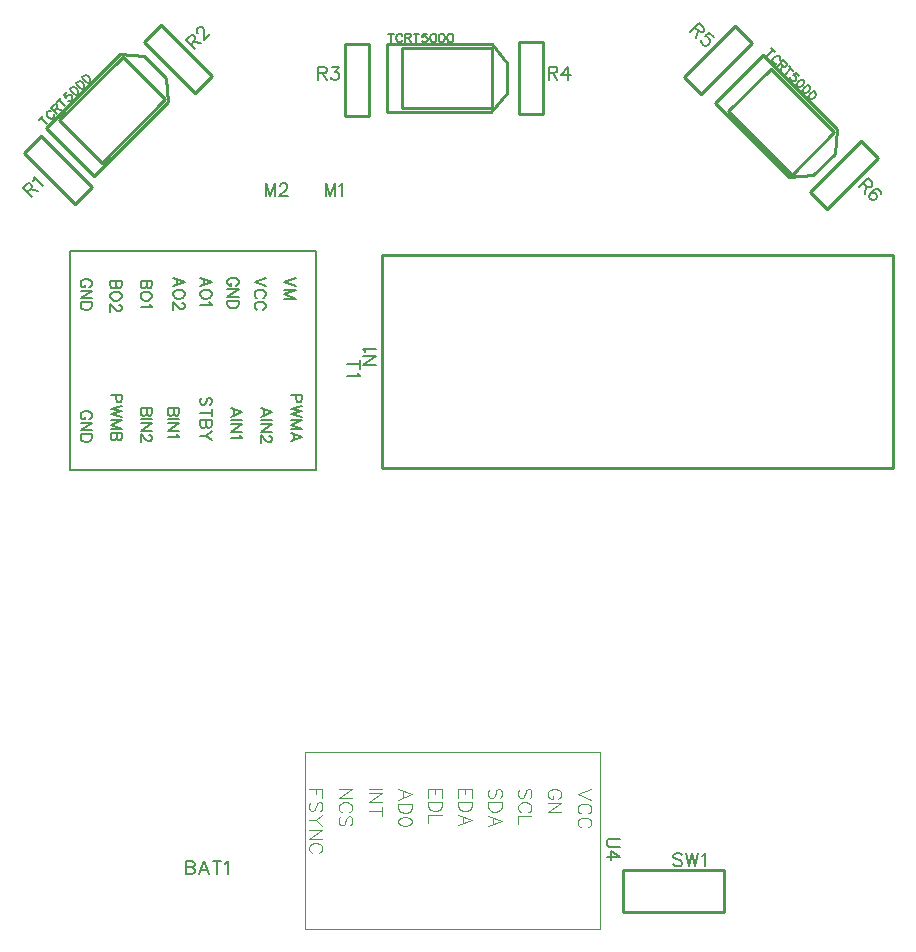
<source format=gto>
G04 Layer: TopSilkscreenLayer*
G04 EasyEDA v6.5.5, 2022-07-13 22:11:28*
G04 388c56e55b024576a5eedb72c528fe0a,d87ca97578a24c0188edd79bd05468ec,10*
G04 Gerber Generator version 0.2*
G04 Scale: 100 percent, Rotated: No, Reflected: No *
G04 Dimensions in millimeters *
G04 leading zeros omitted , absolute positions ,4 integer and 5 decimal *
%FSLAX45Y45*%
%MOMM*%

%ADD10C,0.2540*%
%ADD11C,0.1270*%
%ADD12C,0.2032*%
%ADD20C,0.1000*%
%ADD21C,0.1524*%

%LPD*%
D21*
X1765988Y-7303759D02*
G01*
X1765988Y-7412725D01*
X1765988Y-7303759D02*
G01*
X1812724Y-7303759D01*
X1828218Y-7308839D01*
X1833552Y-7314173D01*
X1838632Y-7324587D01*
X1838632Y-7335001D01*
X1833552Y-7345415D01*
X1828218Y-7350495D01*
X1812724Y-7355575D01*
X1765988Y-7355575D02*
G01*
X1812724Y-7355575D01*
X1828218Y-7360909D01*
X1833552Y-7365989D01*
X1838632Y-7376403D01*
X1838632Y-7392151D01*
X1833552Y-7402565D01*
X1828218Y-7407645D01*
X1812724Y-7412725D01*
X1765988Y-7412725D01*
X1914578Y-7303759D02*
G01*
X1872922Y-7412725D01*
X1914578Y-7303759D02*
G01*
X1956234Y-7412725D01*
X1888670Y-7376403D02*
G01*
X1940486Y-7376403D01*
X2026846Y-7303759D02*
G01*
X2026846Y-7412725D01*
X1990524Y-7303759D02*
G01*
X2063168Y-7303759D01*
X2097458Y-7324587D02*
G01*
X2107872Y-7319253D01*
X2123366Y-7303759D01*
X2123366Y-7412725D01*
X2947088Y-1563359D02*
G01*
X2947088Y-1672325D01*
X2947088Y-1563359D02*
G01*
X2988744Y-1672325D01*
X3030146Y-1563359D02*
G01*
X2988744Y-1672325D01*
X3030146Y-1563359D02*
G01*
X3030146Y-1672325D01*
X3064436Y-1584187D02*
G01*
X3074850Y-1578853D01*
X3090598Y-1563359D01*
X3090598Y-1672325D01*
X2439088Y-1563359D02*
G01*
X2439088Y-1672325D01*
X2439088Y-1563359D02*
G01*
X2480744Y-1672325D01*
X2522146Y-1563359D02*
G01*
X2480744Y-1672325D01*
X2522146Y-1563359D02*
G01*
X2522146Y-1672325D01*
X2561770Y-1589267D02*
G01*
X2561770Y-1584187D01*
X2566850Y-1573773D01*
X2572184Y-1568439D01*
X2582598Y-1563359D01*
X2603172Y-1563359D01*
X2613586Y-1568439D01*
X2618920Y-1573773D01*
X2624000Y-1584187D01*
X2624000Y-1594601D01*
X2618920Y-1605015D01*
X2608506Y-1620509D01*
X2556436Y-1672325D01*
X2629334Y-1672325D01*
X3262884Y-3098800D02*
G01*
X3371850Y-3098800D01*
X3262884Y-3098800D02*
G01*
X3371850Y-3026155D01*
X3262884Y-3026155D02*
G01*
X3371850Y-3026155D01*
X3283711Y-2991865D02*
G01*
X3278377Y-2981452D01*
X3262884Y-2965704D01*
X3371850Y-2965704D01*
X383161Y-1604698D02*
G01*
X460209Y-1681749D01*
X383161Y-1604698D02*
G01*
X416206Y-1571652D01*
X430756Y-1564286D01*
X438299Y-1564286D01*
X449254Y-1568058D01*
X456618Y-1575422D01*
X460390Y-1586379D01*
X460209Y-1593743D01*
X452846Y-1608292D01*
X419801Y-1641337D01*
X445482Y-1615655D02*
G01*
X511578Y-1630382D01*
X473501Y-1543812D02*
G01*
X477093Y-1532676D01*
X477273Y-1510586D01*
X554324Y-1587637D01*
X1767207Y-352732D02*
G01*
X1844255Y-429783D01*
X1767207Y-352732D02*
G01*
X1800252Y-319686D01*
X1814802Y-312320D01*
X1822345Y-312320D01*
X1833300Y-316092D01*
X1840664Y-323456D01*
X1844436Y-334413D01*
X1844255Y-341777D01*
X1836892Y-356326D01*
X1803847Y-389371D01*
X1829528Y-363689D02*
G01*
X1895624Y-378416D01*
X1864911Y-291668D02*
G01*
X1861319Y-288074D01*
X1857547Y-277119D01*
X1857547Y-269575D01*
X1861319Y-258620D01*
X1875868Y-244071D01*
X1886823Y-240299D01*
X1894367Y-240299D01*
X1905322Y-244071D01*
X1912686Y-251437D01*
X1916457Y-262392D01*
X1920049Y-280710D01*
X1919871Y-354169D01*
X1971418Y-302623D01*
X2884550Y-579501D02*
G01*
X2884550Y-688467D01*
X2884550Y-579501D02*
G01*
X2931286Y-579501D01*
X2946781Y-584580D01*
X2952115Y-589914D01*
X2957195Y-600329D01*
X2957195Y-610743D01*
X2952115Y-621156D01*
X2946781Y-626237D01*
X2931286Y-631317D01*
X2884550Y-631317D01*
X2920872Y-631317D02*
G01*
X2957195Y-688467D01*
X3001899Y-579501D02*
G01*
X3059049Y-579501D01*
X3028061Y-621156D01*
X3043554Y-621156D01*
X3053968Y-626237D01*
X3059049Y-631317D01*
X3064383Y-647064D01*
X3064383Y-657479D01*
X3059049Y-672972D01*
X3048634Y-683387D01*
X3033140Y-688467D01*
X3017647Y-688467D01*
X3001899Y-683387D01*
X2996818Y-678306D01*
X2991484Y-667893D01*
X4837811Y-576961D02*
G01*
X4837811Y-685927D01*
X4837811Y-576961D02*
G01*
X4884547Y-576961D01*
X4900040Y-582040D01*
X4905375Y-587375D01*
X4910454Y-597788D01*
X4910454Y-608203D01*
X4905375Y-618617D01*
X4900040Y-623696D01*
X4884547Y-628777D01*
X4837811Y-628777D01*
X4874133Y-628777D02*
G01*
X4910454Y-685927D01*
X4996815Y-576961D02*
G01*
X4944745Y-649604D01*
X5022722Y-649604D01*
X4996815Y-576961D02*
G01*
X4996815Y-685927D01*
X6113244Y-208765D02*
G01*
X6036193Y-285813D01*
X6113244Y-208765D02*
G01*
X6146289Y-241810D01*
X6153655Y-256359D01*
X6153655Y-263903D01*
X6149883Y-274858D01*
X6142520Y-282221D01*
X6131562Y-285993D01*
X6124199Y-285813D01*
X6109649Y-278450D01*
X6076604Y-245404D01*
X6102286Y-271086D02*
G01*
X6087559Y-337182D01*
X6233040Y-328561D02*
G01*
X6196220Y-291741D01*
X6159581Y-321195D01*
X6166764Y-321195D01*
X6181671Y-328561D01*
X6192629Y-339516D01*
X6199812Y-354243D01*
X6199992Y-368792D01*
X6192629Y-383700D01*
X6185265Y-391063D01*
X6170536Y-398246D01*
X6155809Y-398246D01*
X6141262Y-390883D01*
X6130305Y-379928D01*
X6122761Y-365201D01*
X6122761Y-358015D01*
X6126355Y-346880D01*
X7537498Y-1522376D02*
G01*
X7460447Y-1599425D01*
X7537498Y-1522376D02*
G01*
X7570543Y-1555422D01*
X7577909Y-1569971D01*
X7577909Y-1577515D01*
X7574137Y-1588470D01*
X7566774Y-1595833D01*
X7555816Y-1599605D01*
X7548453Y-1599425D01*
X7533904Y-1592061D01*
X7500858Y-1559016D01*
X7526540Y-1584698D02*
G01*
X7511813Y-1650794D01*
X7646337Y-1653128D02*
G01*
X7649931Y-1641993D01*
X7642565Y-1627444D01*
X7635201Y-1620080D01*
X7620655Y-1612717D01*
X7602156Y-1616489D01*
X7580063Y-1631038D01*
X7561745Y-1649356D01*
X7550787Y-1667855D01*
X7550787Y-1682582D01*
X7558150Y-1697131D01*
X7561922Y-1700903D01*
X7576472Y-1708266D01*
X7591198Y-1708266D01*
X7605748Y-1700903D01*
X7609519Y-1697131D01*
X7616883Y-1682582D01*
X7616883Y-1667855D01*
X7609519Y-1653308D01*
X7605748Y-1649536D01*
X7591198Y-1642173D01*
X7576472Y-1642173D01*
X7561745Y-1649356D01*
X539706Y-1010025D02*
G01*
X591253Y-1061572D01*
X522643Y-1027087D02*
G01*
X556948Y-992784D01*
X622145Y-952372D02*
G01*
X614781Y-949678D01*
X605083Y-949678D01*
X597540Y-952192D01*
X587839Y-961890D01*
X585325Y-969434D01*
X585325Y-979134D01*
X588020Y-986497D01*
X592688Y-996195D01*
X605083Y-1008588D01*
X614961Y-1013437D01*
X622145Y-1015951D01*
X631842Y-1015951D01*
X639386Y-1013437D01*
X649086Y-1003739D01*
X651601Y-996195D01*
X651601Y-986497D01*
X649086Y-979312D01*
X625916Y-923815D02*
G01*
X677463Y-975362D01*
X625916Y-923815D02*
G01*
X648007Y-901722D01*
X657885Y-896873D01*
X662914Y-896873D01*
X670100Y-899388D01*
X674949Y-904237D01*
X677463Y-911423D01*
X677463Y-916452D01*
X672614Y-926330D01*
X650521Y-948420D01*
X667765Y-931179D02*
G01*
X711768Y-941057D01*
X693628Y-856104D02*
G01*
X745175Y-907651D01*
X676386Y-873345D02*
G01*
X710689Y-839040D01*
X756310Y-793422D02*
G01*
X731883Y-817846D01*
X751461Y-842454D01*
X751461Y-837425D01*
X756310Y-827905D01*
X763673Y-820541D01*
X773371Y-815512D01*
X783429Y-815512D01*
X793130Y-820541D01*
X797979Y-825390D01*
X803008Y-835091D01*
X802827Y-844969D01*
X797979Y-854847D01*
X790615Y-862210D01*
X780915Y-866879D01*
X775886Y-866879D01*
X768522Y-864544D01*
X792050Y-757679D02*
G01*
X787201Y-767557D01*
X789716Y-779772D01*
X799414Y-794499D01*
X806780Y-801862D01*
X821507Y-811563D01*
X833719Y-814077D01*
X843597Y-809226D01*
X848446Y-804377D01*
X853297Y-794499D01*
X850783Y-782286D01*
X841082Y-767557D01*
X833719Y-760194D01*
X818992Y-750496D01*
X806780Y-747981D01*
X796902Y-752830D01*
X792050Y-757679D01*
X842520Y-707212D02*
G01*
X837671Y-717090D01*
X840186Y-729302D01*
X849884Y-744029D01*
X857247Y-751392D01*
X871976Y-761093D01*
X884189Y-763607D01*
X894067Y-758758D01*
X898916Y-753907D01*
X903765Y-744029D01*
X901250Y-731817D01*
X891552Y-717090D01*
X884189Y-709726D01*
X869462Y-700026D01*
X857247Y-697511D01*
X847369Y-702360D01*
X842520Y-707212D01*
X892990Y-656742D02*
G01*
X888141Y-666620D01*
X890653Y-678832D01*
X900353Y-693562D01*
X907717Y-700925D01*
X922444Y-710623D01*
X934659Y-713138D01*
X944537Y-708289D01*
X949385Y-703440D01*
X954234Y-693562D01*
X951720Y-681347D01*
X942022Y-666620D01*
X934659Y-659256D01*
X919929Y-649559D01*
X907717Y-647044D01*
X897839Y-651893D01*
X892990Y-656742D01*
X3498850Y-296163D02*
G01*
X3498850Y-369062D01*
X3474720Y-296163D02*
G01*
X3523234Y-296163D01*
X3597909Y-313689D02*
G01*
X3594608Y-306578D01*
X3587750Y-299720D01*
X3580638Y-296163D01*
X3566922Y-296163D01*
X3559809Y-299720D01*
X3552952Y-306578D01*
X3549650Y-313689D01*
X3546093Y-323850D01*
X3546093Y-341376D01*
X3549650Y-351789D01*
X3552952Y-358647D01*
X3559809Y-365505D01*
X3566922Y-369062D01*
X3580638Y-369062D01*
X3587750Y-365505D01*
X3594608Y-358647D01*
X3597909Y-351789D01*
X3620770Y-296163D02*
G01*
X3620770Y-369062D01*
X3620770Y-296163D02*
G01*
X3652011Y-296163D01*
X3662425Y-299720D01*
X3665981Y-303276D01*
X3669284Y-310134D01*
X3669284Y-316992D01*
X3665981Y-323850D01*
X3662425Y-327405D01*
X3652011Y-330962D01*
X3620770Y-330962D01*
X3645154Y-330962D02*
G01*
X3669284Y-369062D01*
X3716527Y-296163D02*
G01*
X3716527Y-369062D01*
X3692143Y-296163D02*
G01*
X3740658Y-296163D01*
X3805174Y-296163D02*
G01*
X3770629Y-296163D01*
X3767074Y-327405D01*
X3770629Y-323850D01*
X3780790Y-320547D01*
X3791204Y-320547D01*
X3801618Y-323850D01*
X3808729Y-330962D01*
X3812031Y-341376D01*
X3812031Y-348234D01*
X3808729Y-358647D01*
X3801618Y-365505D01*
X3791204Y-369062D01*
X3780790Y-369062D01*
X3770629Y-365505D01*
X3767074Y-361950D01*
X3763518Y-355092D01*
X3855720Y-296163D02*
G01*
X3845306Y-299720D01*
X3838447Y-310134D01*
X3834891Y-327405D01*
X3834891Y-337820D01*
X3838447Y-355092D01*
X3845306Y-365505D01*
X3855720Y-369062D01*
X3862577Y-369062D01*
X3872991Y-365505D01*
X3879850Y-355092D01*
X3883406Y-337820D01*
X3883406Y-327405D01*
X3879850Y-310134D01*
X3872991Y-299720D01*
X3862577Y-296163D01*
X3855720Y-296163D01*
X3927093Y-296163D02*
G01*
X3916679Y-299720D01*
X3909822Y-310134D01*
X3906265Y-327405D01*
X3906265Y-337820D01*
X3909822Y-355092D01*
X3916679Y-365505D01*
X3927093Y-369062D01*
X3933952Y-369062D01*
X3944365Y-365505D01*
X3951224Y-355092D01*
X3954779Y-337820D01*
X3954779Y-327405D01*
X3951224Y-310134D01*
X3944365Y-299720D01*
X3933952Y-296163D01*
X3927093Y-296163D01*
X3998468Y-296163D02*
G01*
X3988054Y-299720D01*
X3981195Y-310134D01*
X3977640Y-327405D01*
X3977640Y-337820D01*
X3981195Y-355092D01*
X3988054Y-365505D01*
X3998468Y-369062D01*
X4005325Y-369062D01*
X4015740Y-365505D01*
X4022597Y-355092D01*
X4026154Y-337820D01*
X4026154Y-327405D01*
X4022597Y-310134D01*
X4015740Y-299720D01*
X4005325Y-296163D01*
X3998468Y-296163D01*
X6736974Y-438106D02*
G01*
X6685427Y-489653D01*
X6719912Y-421043D02*
G01*
X6754215Y-455348D01*
X6794627Y-520545D02*
G01*
X6797321Y-513181D01*
X6797321Y-503483D01*
X6794807Y-495940D01*
X6785109Y-486239D01*
X6777565Y-483725D01*
X6767865Y-483725D01*
X6760502Y-486420D01*
X6750804Y-491088D01*
X6738411Y-503483D01*
X6733562Y-513361D01*
X6731048Y-520545D01*
X6731048Y-530242D01*
X6733562Y-537786D01*
X6743260Y-547486D01*
X6750804Y-550001D01*
X6760502Y-550001D01*
X6767687Y-547486D01*
X6823184Y-524316D02*
G01*
X6771637Y-575863D01*
X6823184Y-524316D02*
G01*
X6845277Y-546407D01*
X6850125Y-556285D01*
X6850125Y-561314D01*
X6847611Y-568500D01*
X6842762Y-573349D01*
X6835576Y-575863D01*
X6830547Y-575863D01*
X6820669Y-571014D01*
X6798579Y-548921D01*
X6815820Y-566165D02*
G01*
X6805942Y-610168D01*
X6890895Y-592028D02*
G01*
X6839348Y-643575D01*
X6873654Y-574786D02*
G01*
X6907959Y-609089D01*
X6953577Y-654710D02*
G01*
X6929153Y-630283D01*
X6904545Y-649861D01*
X6909574Y-649861D01*
X6919094Y-654710D01*
X6926458Y-662073D01*
X6931487Y-671771D01*
X6931487Y-681829D01*
X6926458Y-691530D01*
X6921609Y-696379D01*
X6911908Y-701408D01*
X6902030Y-701227D01*
X6892152Y-696379D01*
X6884789Y-689015D01*
X6880120Y-679315D01*
X6880120Y-674286D01*
X6882455Y-666922D01*
X6989320Y-690450D02*
G01*
X6979442Y-685601D01*
X6967227Y-688116D01*
X6952500Y-697814D01*
X6945137Y-705180D01*
X6935436Y-719907D01*
X6932922Y-732119D01*
X6937773Y-741997D01*
X6942622Y-746846D01*
X6952500Y-751697D01*
X6964713Y-749183D01*
X6979442Y-739482D01*
X6986805Y-732119D01*
X6996503Y-717392D01*
X6999018Y-705180D01*
X6994169Y-695302D01*
X6989320Y-690450D01*
X7039787Y-740920D02*
G01*
X7029909Y-736071D01*
X7017697Y-738586D01*
X7002970Y-748284D01*
X6995607Y-755647D01*
X6985906Y-770376D01*
X6983392Y-782589D01*
X6988241Y-792467D01*
X6993092Y-797316D01*
X7002970Y-802165D01*
X7015182Y-799650D01*
X7029909Y-789952D01*
X7037273Y-782589D01*
X7046973Y-767862D01*
X7049488Y-755647D01*
X7044639Y-745769D01*
X7039787Y-740920D01*
X7090257Y-791390D02*
G01*
X7080379Y-786541D01*
X7068167Y-789053D01*
X7053437Y-798753D01*
X7046074Y-806117D01*
X7036376Y-820844D01*
X7033861Y-833059D01*
X7038710Y-842937D01*
X7043559Y-847785D01*
X7053437Y-852634D01*
X7065652Y-850120D01*
X7080379Y-840422D01*
X7087743Y-833059D01*
X7097440Y-818329D01*
X7099955Y-806117D01*
X7095106Y-796239D01*
X7090257Y-791390D01*
X3239515Y-3097021D02*
G01*
X3130550Y-3097021D01*
X3239515Y-3060700D02*
G01*
X3239515Y-3133344D01*
X3218688Y-3167634D02*
G01*
X3224022Y-3178047D01*
X3239515Y-3193795D01*
X3130550Y-3193795D01*
D12*
X2442972Y-2362200D02*
G01*
X2345943Y-2399029D01*
X2442972Y-2436113D02*
G01*
X2345943Y-2399029D01*
X2419858Y-2535936D02*
G01*
X2429256Y-2531110D01*
X2438400Y-2521965D01*
X2442972Y-2512821D01*
X2442972Y-2494279D01*
X2438400Y-2485136D01*
X2429256Y-2475737D01*
X2419858Y-2471165D01*
X2406141Y-2466594D01*
X2383027Y-2466594D01*
X2369058Y-2471165D01*
X2359913Y-2475737D01*
X2350770Y-2485136D01*
X2345943Y-2494279D01*
X2345943Y-2512821D01*
X2350770Y-2521965D01*
X2359913Y-2531110D01*
X2369058Y-2535936D01*
X2419858Y-2635504D02*
G01*
X2429256Y-2630931D01*
X2438400Y-2621787D01*
X2442972Y-2612389D01*
X2442972Y-2594102D01*
X2438400Y-2584704D01*
X2429256Y-2575560D01*
X2419858Y-2570987D01*
X2406141Y-2566415D01*
X2383027Y-2566415D01*
X2369058Y-2570987D01*
X2359913Y-2575560D01*
X2350770Y-2584704D01*
X2345943Y-2594102D01*
X2345943Y-2612389D01*
X2350770Y-2621787D01*
X2359913Y-2630931D01*
X2369058Y-2635504D01*
X2187702Y-2431542D02*
G01*
X2196845Y-2426970D01*
X2205990Y-2417571D01*
X2210815Y-2408428D01*
X2210815Y-2389886D01*
X2205990Y-2380742D01*
X2196845Y-2371344D01*
X2187702Y-2366771D01*
X2173731Y-2362200D01*
X2150618Y-2362200D01*
X2136902Y-2366771D01*
X2127504Y-2371344D01*
X2118359Y-2380742D01*
X2113788Y-2389886D01*
X2113788Y-2408428D01*
X2118359Y-2417571D01*
X2127504Y-2426970D01*
X2136902Y-2431542D01*
X2150618Y-2431542D01*
X2150618Y-2408428D02*
G01*
X2150618Y-2431542D01*
X2210815Y-2462021D02*
G01*
X2113788Y-2462021D01*
X2210815Y-2462021D02*
G01*
X2113788Y-2526537D01*
X2210815Y-2526537D02*
G01*
X2113788Y-2526537D01*
X2210815Y-2557018D02*
G01*
X2113788Y-2557018D01*
X2210815Y-2557018D02*
G01*
X2210815Y-2589529D01*
X2205990Y-2603245D01*
X2196845Y-2612389D01*
X2187702Y-2617215D01*
X2173731Y-2621787D01*
X2150618Y-2621787D01*
X2136902Y-2617215D01*
X2127504Y-2612389D01*
X2118359Y-2603245D01*
X2113788Y-2589529D01*
X2113788Y-2557018D01*
X1982215Y-2399029D02*
G01*
X1885187Y-2362200D01*
X1982215Y-2399029D02*
G01*
X1885187Y-2436113D01*
X1917445Y-2376170D02*
G01*
X1917445Y-2422144D01*
X1982215Y-2494279D02*
G01*
X1977390Y-2485136D01*
X1968245Y-2475737D01*
X1959102Y-2471165D01*
X1945131Y-2466594D01*
X1922018Y-2466594D01*
X1908302Y-2471165D01*
X1898904Y-2475737D01*
X1889760Y-2485136D01*
X1885187Y-2494279D01*
X1885187Y-2512821D01*
X1889760Y-2521965D01*
X1898904Y-2531110D01*
X1908302Y-2535936D01*
X1922018Y-2540507D01*
X1945131Y-2540507D01*
X1959102Y-2535936D01*
X1968245Y-2531110D01*
X1977390Y-2521965D01*
X1982215Y-2512821D01*
X1982215Y-2494279D01*
X1963674Y-2570987D02*
G01*
X1968245Y-2580131D01*
X1982215Y-2594102D01*
X1885187Y-2594102D01*
X1220215Y-2387600D02*
G01*
X1123187Y-2387600D01*
X1220215Y-2387600D02*
G01*
X1220215Y-2429255D01*
X1215389Y-2442971D01*
X1210818Y-2447544D01*
X1201673Y-2452370D01*
X1192529Y-2452370D01*
X1183131Y-2447544D01*
X1178560Y-2442971D01*
X1173987Y-2429255D01*
X1173987Y-2387600D02*
G01*
X1173987Y-2429255D01*
X1169415Y-2442971D01*
X1164589Y-2447544D01*
X1155445Y-2452370D01*
X1141729Y-2452370D01*
X1132331Y-2447544D01*
X1127760Y-2442971D01*
X1123187Y-2429255D01*
X1123187Y-2387600D01*
X1220215Y-2510536D02*
G01*
X1215389Y-2501137D01*
X1206245Y-2491994D01*
X1197102Y-2487421D01*
X1183131Y-2482850D01*
X1160018Y-2482850D01*
X1146302Y-2487421D01*
X1136904Y-2491994D01*
X1127760Y-2501137D01*
X1123187Y-2510536D01*
X1123187Y-2528823D01*
X1127760Y-2538221D01*
X1136904Y-2547365D01*
X1146302Y-2551937D01*
X1160018Y-2556510D01*
X1183131Y-2556510D01*
X1197102Y-2551937D01*
X1206245Y-2547365D01*
X1215389Y-2538221D01*
X1220215Y-2528823D01*
X1220215Y-2510536D01*
X1197102Y-2591815D02*
G01*
X1201673Y-2591815D01*
X1210818Y-2596387D01*
X1215389Y-2600960D01*
X1220215Y-2610104D01*
X1220215Y-2628645D01*
X1215389Y-2637789D01*
X1210818Y-2642615D01*
X1201673Y-2647187D01*
X1192529Y-2647187D01*
X1183131Y-2642615D01*
X1169415Y-2633218D01*
X1123187Y-2586989D01*
X1123187Y-2651760D01*
X946657Y-2444242D02*
G01*
X956055Y-2439670D01*
X965200Y-2430271D01*
X969771Y-2421128D01*
X969771Y-2402586D01*
X965200Y-2393442D01*
X956055Y-2384044D01*
X946657Y-2379471D01*
X932942Y-2374900D01*
X909828Y-2374900D01*
X895857Y-2379471D01*
X886713Y-2384044D01*
X877570Y-2393442D01*
X872744Y-2402586D01*
X872744Y-2421128D01*
X877570Y-2430271D01*
X886713Y-2439670D01*
X895857Y-2444242D01*
X909828Y-2444242D01*
X909828Y-2421128D02*
G01*
X909828Y-2444242D01*
X969771Y-2474721D02*
G01*
X872744Y-2474721D01*
X969771Y-2474721D02*
G01*
X872744Y-2539237D01*
X969771Y-2539237D02*
G01*
X872744Y-2539237D01*
X969771Y-2569718D02*
G01*
X872744Y-2569718D01*
X969771Y-2569718D02*
G01*
X969771Y-2602229D01*
X965200Y-2615945D01*
X956055Y-2625089D01*
X946657Y-2629915D01*
X932942Y-2634487D01*
X909828Y-2634487D01*
X895857Y-2629915D01*
X886713Y-2625089D01*
X877570Y-2615945D01*
X872744Y-2602229D01*
X872744Y-2569718D01*
X946657Y-3561842D02*
G01*
X956055Y-3557270D01*
X965200Y-3547871D01*
X969771Y-3538728D01*
X969771Y-3520186D01*
X965200Y-3511042D01*
X956055Y-3501644D01*
X946657Y-3497071D01*
X932942Y-3492500D01*
X909828Y-3492500D01*
X895857Y-3497071D01*
X886713Y-3501644D01*
X877570Y-3511042D01*
X872744Y-3520186D01*
X872744Y-3538728D01*
X877570Y-3547871D01*
X886713Y-3557270D01*
X895857Y-3561842D01*
X909828Y-3561842D01*
X909828Y-3538728D02*
G01*
X909828Y-3561842D01*
X969771Y-3592321D02*
G01*
X872744Y-3592321D01*
X969771Y-3592321D02*
G01*
X872744Y-3656837D01*
X969771Y-3656837D02*
G01*
X872744Y-3656837D01*
X969771Y-3687318D02*
G01*
X872744Y-3687318D01*
X969771Y-3687318D02*
G01*
X969771Y-3719829D01*
X965200Y-3733545D01*
X956055Y-3742689D01*
X946657Y-3747515D01*
X932942Y-3752087D01*
X909828Y-3752087D01*
X895857Y-3747515D01*
X886713Y-3742689D01*
X877570Y-3733545D01*
X872744Y-3719829D01*
X872744Y-3687318D01*
X1223771Y-3352800D02*
G01*
X1126744Y-3352800D01*
X1223771Y-3352800D02*
G01*
X1223771Y-3394455D01*
X1219200Y-3408171D01*
X1214628Y-3412744D01*
X1205229Y-3417570D01*
X1191513Y-3417570D01*
X1182370Y-3412744D01*
X1177544Y-3408171D01*
X1172971Y-3394455D01*
X1172971Y-3352800D01*
X1223771Y-3448050D02*
G01*
X1126744Y-3470910D01*
X1223771Y-3494023D02*
G01*
X1126744Y-3470910D01*
X1223771Y-3494023D02*
G01*
X1126744Y-3517137D01*
X1223771Y-3540252D02*
G01*
X1126744Y-3517137D01*
X1223771Y-3570731D02*
G01*
X1126744Y-3570731D01*
X1223771Y-3570731D02*
G01*
X1126744Y-3607815D01*
X1223771Y-3644645D02*
G01*
X1126744Y-3607815D01*
X1223771Y-3644645D02*
G01*
X1126744Y-3644645D01*
X1223771Y-3675126D02*
G01*
X1126744Y-3675126D01*
X1223771Y-3675126D02*
G01*
X1223771Y-3716781D01*
X1219200Y-3730497D01*
X1214628Y-3735070D01*
X1205229Y-3739895D01*
X1196086Y-3739895D01*
X1186942Y-3735070D01*
X1182370Y-3730497D01*
X1177544Y-3716781D01*
X1177544Y-3675126D02*
G01*
X1177544Y-3716781D01*
X1172971Y-3730497D01*
X1168400Y-3735070D01*
X1159255Y-3739895D01*
X1145286Y-3739895D01*
X1136142Y-3735070D01*
X1131570Y-3730497D01*
X1126744Y-3716781D01*
X1126744Y-3675126D01*
X1477771Y-3467100D02*
G01*
X1380744Y-3467100D01*
X1477771Y-3467100D02*
G01*
X1477771Y-3508755D01*
X1473200Y-3522471D01*
X1468628Y-3527044D01*
X1459229Y-3531870D01*
X1450086Y-3531870D01*
X1440942Y-3527044D01*
X1436370Y-3522471D01*
X1431544Y-3508755D01*
X1431544Y-3467100D02*
G01*
X1431544Y-3508755D01*
X1426971Y-3522471D01*
X1422400Y-3527044D01*
X1413255Y-3531870D01*
X1399286Y-3531870D01*
X1390142Y-3527044D01*
X1385570Y-3522471D01*
X1380744Y-3508755D01*
X1380744Y-3467100D01*
X1477771Y-3562350D02*
G01*
X1380744Y-3562350D01*
X1477771Y-3592829D02*
G01*
X1380744Y-3592829D01*
X1477771Y-3592829D02*
G01*
X1380744Y-3657345D01*
X1477771Y-3657345D02*
G01*
X1380744Y-3657345D01*
X1454657Y-3692397D02*
G01*
X1459229Y-3692397D01*
X1468628Y-3696970D01*
X1473200Y-3701795D01*
X1477771Y-3710939D01*
X1477771Y-3729481D01*
X1473200Y-3738626D01*
X1468628Y-3743197D01*
X1459229Y-3747770D01*
X1450086Y-3747770D01*
X1440942Y-3743197D01*
X1426971Y-3734054D01*
X1380744Y-3687826D01*
X1380744Y-3752595D01*
X1706371Y-3467100D02*
G01*
X1609344Y-3467100D01*
X1706371Y-3467100D02*
G01*
X1706371Y-3508755D01*
X1701800Y-3522471D01*
X1697228Y-3527044D01*
X1687829Y-3531870D01*
X1678686Y-3531870D01*
X1669542Y-3527044D01*
X1664970Y-3522471D01*
X1660144Y-3508755D01*
X1660144Y-3467100D02*
G01*
X1660144Y-3508755D01*
X1655571Y-3522471D01*
X1651000Y-3527044D01*
X1641855Y-3531870D01*
X1627886Y-3531870D01*
X1618742Y-3527044D01*
X1614170Y-3522471D01*
X1609344Y-3508755D01*
X1609344Y-3467100D01*
X1706371Y-3562350D02*
G01*
X1609344Y-3562350D01*
X1706371Y-3592829D02*
G01*
X1609344Y-3592829D01*
X1706371Y-3592829D02*
G01*
X1609344Y-3657345D01*
X1706371Y-3657345D02*
G01*
X1609344Y-3657345D01*
X1687829Y-3687826D02*
G01*
X1692655Y-3696970D01*
X1706371Y-3710939D01*
X1609344Y-3710939D01*
X1968245Y-3442970D02*
G01*
X1977390Y-3433571D01*
X1982215Y-3419855D01*
X1982215Y-3401313D01*
X1977390Y-3387344D01*
X1968245Y-3378200D01*
X1959102Y-3378200D01*
X1949704Y-3382771D01*
X1945131Y-3387344D01*
X1940559Y-3396742D01*
X1931415Y-3424428D01*
X1926589Y-3433571D01*
X1922018Y-3438144D01*
X1912873Y-3442970D01*
X1898904Y-3442970D01*
X1889760Y-3433571D01*
X1885187Y-3419855D01*
X1885187Y-3401313D01*
X1889760Y-3387344D01*
X1898904Y-3378200D01*
X1982215Y-3505707D02*
G01*
X1885187Y-3505707D01*
X1982215Y-3473450D02*
G01*
X1982215Y-3537965D01*
X1982215Y-3568445D02*
G01*
X1885187Y-3568445D01*
X1982215Y-3568445D02*
G01*
X1982215Y-3610102D01*
X1977390Y-3623818D01*
X1972818Y-3628389D01*
X1963674Y-3633215D01*
X1954529Y-3633215D01*
X1945131Y-3628389D01*
X1940559Y-3623818D01*
X1935988Y-3610102D01*
X1935988Y-3568445D02*
G01*
X1935988Y-3610102D01*
X1931415Y-3623818D01*
X1926589Y-3628389D01*
X1917445Y-3633215D01*
X1903729Y-3633215D01*
X1894331Y-3628389D01*
X1889760Y-3623818D01*
X1885187Y-3610102D01*
X1885187Y-3568445D01*
X1982215Y-3663695D02*
G01*
X1935988Y-3700526D01*
X1885187Y-3700526D01*
X1982215Y-3737610D02*
G01*
X1935988Y-3700526D01*
X2239772Y-3503929D02*
G01*
X2142743Y-3467100D01*
X2239772Y-3503929D02*
G01*
X2142743Y-3541013D01*
X2175256Y-3481070D02*
G01*
X2175256Y-3527044D01*
X2239772Y-3571494D02*
G01*
X2142743Y-3571494D01*
X2239772Y-3601973D02*
G01*
X2142743Y-3601973D01*
X2239772Y-3601973D02*
G01*
X2142743Y-3666489D01*
X2239772Y-3666489D02*
G01*
X2142743Y-3666489D01*
X2221229Y-3696970D02*
G01*
X2226056Y-3706368D01*
X2239772Y-3720084D01*
X2142743Y-3720084D01*
X2493772Y-3503929D02*
G01*
X2396743Y-3467100D01*
X2493772Y-3503929D02*
G01*
X2396743Y-3541013D01*
X2429256Y-3481070D02*
G01*
X2429256Y-3527044D01*
X2493772Y-3571494D02*
G01*
X2396743Y-3571494D01*
X2493772Y-3601973D02*
G01*
X2396743Y-3601973D01*
X2493772Y-3601973D02*
G01*
X2396743Y-3666489D01*
X2493772Y-3666489D02*
G01*
X2396743Y-3666489D01*
X2470658Y-3701795D02*
G01*
X2475229Y-3701795D01*
X2484627Y-3706368D01*
X2489200Y-3710939D01*
X2493772Y-3720084D01*
X2493772Y-3738626D01*
X2489200Y-3747770D01*
X2484627Y-3752595D01*
X2475229Y-3757168D01*
X2466086Y-3757168D01*
X2456941Y-3752595D01*
X2442972Y-3743197D01*
X2396743Y-3696970D01*
X2396743Y-3761739D01*
X2747772Y-3352800D02*
G01*
X2650743Y-3352800D01*
X2747772Y-3352800D02*
G01*
X2747772Y-3394455D01*
X2743200Y-3408171D01*
X2738627Y-3412744D01*
X2729229Y-3417570D01*
X2715513Y-3417570D01*
X2706370Y-3412744D01*
X2701543Y-3408171D01*
X2696972Y-3394455D01*
X2696972Y-3352800D01*
X2747772Y-3448050D02*
G01*
X2650743Y-3470910D01*
X2747772Y-3494023D02*
G01*
X2650743Y-3470910D01*
X2747772Y-3494023D02*
G01*
X2650743Y-3517137D01*
X2747772Y-3540252D02*
G01*
X2650743Y-3517137D01*
X2747772Y-3570731D02*
G01*
X2650743Y-3570731D01*
X2747772Y-3570731D02*
G01*
X2650743Y-3607815D01*
X2747772Y-3644645D02*
G01*
X2650743Y-3607815D01*
X2747772Y-3644645D02*
G01*
X2650743Y-3644645D01*
X2747772Y-3712210D02*
G01*
X2650743Y-3675126D01*
X2747772Y-3712210D02*
G01*
X2650743Y-3749039D01*
X2683256Y-3689095D02*
G01*
X2683256Y-3735070D01*
X2693415Y-2362200D02*
G01*
X2596388Y-2399029D01*
X2693415Y-2436113D02*
G01*
X2596388Y-2399029D01*
X2693415Y-2466594D02*
G01*
X2596388Y-2466594D01*
X2693415Y-2466594D02*
G01*
X2596388Y-2503423D01*
X2693415Y-2540507D02*
G01*
X2596388Y-2503423D01*
X2693415Y-2540507D02*
G01*
X2596388Y-2540507D01*
X1753615Y-2399029D02*
G01*
X1656587Y-2362200D01*
X1753615Y-2399029D02*
G01*
X1656587Y-2436113D01*
X1688845Y-2376170D02*
G01*
X1688845Y-2422144D01*
X1753615Y-2494279D02*
G01*
X1748789Y-2485136D01*
X1739645Y-2475737D01*
X1730502Y-2471165D01*
X1716531Y-2466594D01*
X1693418Y-2466594D01*
X1679702Y-2471165D01*
X1670304Y-2475737D01*
X1661160Y-2485136D01*
X1656587Y-2494279D01*
X1656587Y-2512821D01*
X1661160Y-2521965D01*
X1670304Y-2531110D01*
X1679702Y-2535936D01*
X1693418Y-2540507D01*
X1716531Y-2540507D01*
X1730502Y-2535936D01*
X1739645Y-2531110D01*
X1748789Y-2521965D01*
X1753615Y-2512821D01*
X1753615Y-2494279D01*
X1730502Y-2575560D02*
G01*
X1735073Y-2575560D01*
X1744218Y-2580131D01*
X1748789Y-2584704D01*
X1753615Y-2594102D01*
X1753615Y-2612389D01*
X1748789Y-2621787D01*
X1744218Y-2626360D01*
X1735073Y-2630931D01*
X1725929Y-2630931D01*
X1716531Y-2626360D01*
X1702815Y-2617215D01*
X1656587Y-2570987D01*
X1656587Y-2635504D01*
X1477771Y-2387600D02*
G01*
X1380744Y-2387600D01*
X1477771Y-2387600D02*
G01*
X1477771Y-2429255D01*
X1473200Y-2442971D01*
X1468628Y-2447544D01*
X1459229Y-2452370D01*
X1450086Y-2452370D01*
X1440942Y-2447544D01*
X1436370Y-2442971D01*
X1431544Y-2429255D01*
X1431544Y-2387600D02*
G01*
X1431544Y-2429255D01*
X1426971Y-2442971D01*
X1422400Y-2447544D01*
X1413255Y-2452370D01*
X1399286Y-2452370D01*
X1390142Y-2447544D01*
X1385570Y-2442971D01*
X1380744Y-2429255D01*
X1380744Y-2387600D01*
X1477771Y-2510536D02*
G01*
X1473200Y-2501137D01*
X1464055Y-2491994D01*
X1454657Y-2487421D01*
X1440942Y-2482850D01*
X1417828Y-2482850D01*
X1403857Y-2487421D01*
X1394713Y-2491994D01*
X1385570Y-2501137D01*
X1380744Y-2510536D01*
X1380744Y-2528823D01*
X1385570Y-2538221D01*
X1394713Y-2547365D01*
X1403857Y-2551937D01*
X1417828Y-2556510D01*
X1440942Y-2556510D01*
X1454657Y-2551937D01*
X1464055Y-2547365D01*
X1473200Y-2538221D01*
X1477771Y-2528823D01*
X1477771Y-2510536D01*
X1459229Y-2586989D02*
G01*
X1464055Y-2596387D01*
X1477771Y-2610104D01*
X1380744Y-2610104D01*
D21*
X5436615Y-7112000D02*
G01*
X5358638Y-7112000D01*
X5343143Y-7117079D01*
X5332729Y-7127494D01*
X5327650Y-7143242D01*
X5327650Y-7153655D01*
X5332729Y-7169150D01*
X5343143Y-7179563D01*
X5358638Y-7184644D01*
X5436615Y-7184644D01*
X5436615Y-7271004D02*
G01*
X5363972Y-7218934D01*
X5363972Y-7296912D01*
X5436615Y-7271004D02*
G01*
X5327650Y-7271004D01*
D20*
X2920499Y-6695401D02*
G01*
X2805945Y-6695401D01*
X2920499Y-6695401D02*
G01*
X2920499Y-6766267D01*
X2865889Y-6695401D02*
G01*
X2865889Y-6738835D01*
X2904243Y-6878535D02*
G01*
X2915165Y-6867613D01*
X2920499Y-6851357D01*
X2920499Y-6829513D01*
X2915165Y-6813003D01*
X2904243Y-6802081D01*
X2893321Y-6802081D01*
X2882399Y-6807669D01*
X2876811Y-6813003D01*
X2871477Y-6823925D01*
X2860555Y-6856691D01*
X2854967Y-6867613D01*
X2849633Y-6873201D01*
X2838711Y-6878535D01*
X2822455Y-6878535D01*
X2811533Y-6867613D01*
X2805945Y-6851357D01*
X2805945Y-6829513D01*
X2811533Y-6813003D01*
X2822455Y-6802081D01*
X2920499Y-6914603D02*
G01*
X2865889Y-6958291D01*
X2805945Y-6958291D01*
X2920499Y-7001725D02*
G01*
X2865889Y-6958291D01*
X2920499Y-7037793D02*
G01*
X2805945Y-7037793D01*
X2920499Y-7037793D02*
G01*
X2805945Y-7114247D01*
X2920499Y-7114247D02*
G01*
X2805945Y-7114247D01*
X2893321Y-7232103D02*
G01*
X2904243Y-7226515D01*
X2915165Y-7215593D01*
X2920499Y-7204671D01*
X2920499Y-7182827D01*
X2915165Y-7171905D01*
X2904243Y-7160983D01*
X2893321Y-7155649D01*
X2876811Y-7150061D01*
X2849633Y-7150061D01*
X2833377Y-7155649D01*
X2822455Y-7160983D01*
X2811533Y-7171905D01*
X2805945Y-7182827D01*
X2805945Y-7204671D01*
X2811533Y-7215593D01*
X2822455Y-7226515D01*
X2833377Y-7232103D01*
X3173351Y-6694296D02*
G01*
X3058797Y-6694296D01*
X3173351Y-6694296D02*
G01*
X3058797Y-6770496D01*
X3173351Y-6770496D02*
G01*
X3058797Y-6770496D01*
X3146173Y-6888353D02*
G01*
X3157095Y-6883019D01*
X3168017Y-6872096D01*
X3173351Y-6861175D01*
X3173351Y-6839330D01*
X3168017Y-6828409D01*
X3157095Y-6817487D01*
X3146173Y-6811898D01*
X3129663Y-6806564D01*
X3102485Y-6806564D01*
X3086229Y-6811898D01*
X3075307Y-6817487D01*
X3064385Y-6828409D01*
X3058797Y-6839330D01*
X3058797Y-6861175D01*
X3064385Y-6872096D01*
X3075307Y-6883019D01*
X3086229Y-6888353D01*
X3157095Y-7000620D02*
G01*
X3168017Y-6989698D01*
X3173351Y-6973443D01*
X3173351Y-6951598D01*
X3168017Y-6935343D01*
X3157095Y-6924420D01*
X3146173Y-6924420D01*
X3135251Y-6929754D01*
X3129663Y-6935343D01*
X3124329Y-6946264D01*
X3113407Y-6978777D01*
X3107819Y-6989698D01*
X3102485Y-6995287D01*
X3091563Y-7000620D01*
X3075307Y-7000620D01*
X3064385Y-6989698D01*
X3058797Y-6973443D01*
X3058797Y-6951598D01*
X3064385Y-6935343D01*
X3075307Y-6924420D01*
X3426200Y-6694296D02*
G01*
X3311646Y-6694296D01*
X3426200Y-6730111D02*
G01*
X3311646Y-6730111D01*
X3426200Y-6730111D02*
G01*
X3311646Y-6806564D01*
X3426200Y-6806564D02*
G01*
X3311646Y-6806564D01*
X3426200Y-6880733D02*
G01*
X3311646Y-6880733D01*
X3426200Y-6842633D02*
G01*
X3426200Y-6918833D01*
X3679060Y-6737730D02*
G01*
X3564506Y-6694296D01*
X3679060Y-6737730D02*
G01*
X3564506Y-6781419D01*
X3602860Y-6710553D02*
G01*
X3602860Y-6765162D01*
X3679060Y-6817487D02*
G01*
X3564506Y-6817487D01*
X3679060Y-6817487D02*
G01*
X3679060Y-6855587D01*
X3673726Y-6872096D01*
X3662804Y-6883019D01*
X3651882Y-6888353D01*
X3635372Y-6893687D01*
X3608194Y-6893687D01*
X3591938Y-6888353D01*
X3581016Y-6883019D01*
X3570094Y-6872096D01*
X3564506Y-6855587D01*
X3564506Y-6817487D01*
X3679060Y-6962520D02*
G01*
X3673726Y-6946264D01*
X3657216Y-6935343D01*
X3630038Y-6929754D01*
X3613528Y-6929754D01*
X3586350Y-6935343D01*
X3570094Y-6946264D01*
X3564506Y-6962520D01*
X3564506Y-6973443D01*
X3570094Y-6989698D01*
X3586350Y-7000620D01*
X3613528Y-7006209D01*
X3630038Y-7006209D01*
X3657216Y-7000620D01*
X3673726Y-6989698D01*
X3679060Y-6973443D01*
X3679060Y-6962520D01*
X3931914Y-6694296D02*
G01*
X3817360Y-6694296D01*
X3931914Y-6694296D02*
G01*
X3931914Y-6765162D01*
X3877304Y-6694296D02*
G01*
X3877304Y-6737730D01*
X3817360Y-6694296D02*
G01*
X3817360Y-6765162D01*
X3931914Y-6800977D02*
G01*
X3817360Y-6800977D01*
X3931914Y-6800977D02*
G01*
X3931914Y-6839330D01*
X3926580Y-6855587D01*
X3915658Y-6866509D01*
X3904736Y-6872096D01*
X3888226Y-6877430D01*
X3861048Y-6877430D01*
X3844792Y-6872096D01*
X3833870Y-6866509D01*
X3822948Y-6855587D01*
X3817360Y-6839330D01*
X3817360Y-6800977D01*
X3931914Y-6913498D02*
G01*
X3817360Y-6913498D01*
X3817360Y-6913498D02*
G01*
X3817360Y-6978777D01*
X4184769Y-6694296D02*
G01*
X4070215Y-6694296D01*
X4184769Y-6694296D02*
G01*
X4184769Y-6765162D01*
X4130159Y-6694296D02*
G01*
X4130159Y-6737730D01*
X4070215Y-6694296D02*
G01*
X4070215Y-6765162D01*
X4184769Y-6800977D02*
G01*
X4070215Y-6800977D01*
X4184769Y-6800977D02*
G01*
X4184769Y-6839330D01*
X4179435Y-6855587D01*
X4168513Y-6866509D01*
X4157591Y-6872096D01*
X4141081Y-6877430D01*
X4113903Y-6877430D01*
X4097647Y-6872096D01*
X4086725Y-6866509D01*
X4075803Y-6855587D01*
X4070215Y-6839330D01*
X4070215Y-6800977D01*
X4184769Y-6957187D02*
G01*
X4070215Y-6913498D01*
X4184769Y-6957187D02*
G01*
X4070215Y-7000620D01*
X4108569Y-6929754D02*
G01*
X4108569Y-6984364D01*
X4421370Y-6770496D02*
G01*
X4432292Y-6759575D01*
X4437626Y-6743319D01*
X4437626Y-6721475D01*
X4432292Y-6704964D01*
X4421370Y-6694296D01*
X4410448Y-6694296D01*
X4399526Y-6699630D01*
X4393938Y-6704964D01*
X4388604Y-6715887D01*
X4377682Y-6748653D01*
X4372094Y-6759575D01*
X4366760Y-6765162D01*
X4355838Y-6770496D01*
X4339582Y-6770496D01*
X4328660Y-6759575D01*
X4323072Y-6743319D01*
X4323072Y-6721475D01*
X4328660Y-6704964D01*
X4339582Y-6694296D01*
X4437626Y-6806564D02*
G01*
X4323072Y-6806564D01*
X4437626Y-6806564D02*
G01*
X4437626Y-6844664D01*
X4432292Y-6861175D01*
X4421370Y-6872096D01*
X4410448Y-6877430D01*
X4393938Y-6883019D01*
X4366760Y-6883019D01*
X4350504Y-6877430D01*
X4339582Y-6872096D01*
X4328660Y-6861175D01*
X4323072Y-6844664D01*
X4323072Y-6806564D01*
X4437626Y-6962520D02*
G01*
X4323072Y-6918833D01*
X4437626Y-6962520D02*
G01*
X4323072Y-7006209D01*
X4361426Y-6935343D02*
G01*
X4361426Y-6989698D01*
X4674229Y-6770496D02*
G01*
X4685151Y-6759575D01*
X4690485Y-6743319D01*
X4690485Y-6721475D01*
X4685151Y-6704964D01*
X4674229Y-6694296D01*
X4663307Y-6694296D01*
X4652385Y-6699630D01*
X4646797Y-6704964D01*
X4641463Y-6715887D01*
X4630541Y-6748653D01*
X4624953Y-6759575D01*
X4619619Y-6765162D01*
X4608697Y-6770496D01*
X4592441Y-6770496D01*
X4581519Y-6759575D01*
X4575931Y-6743319D01*
X4575931Y-6721475D01*
X4581519Y-6704964D01*
X4592441Y-6694296D01*
X4663307Y-6888353D02*
G01*
X4674229Y-6883019D01*
X4685151Y-6872096D01*
X4690485Y-6861175D01*
X4690485Y-6839330D01*
X4685151Y-6828409D01*
X4674229Y-6817487D01*
X4663307Y-6811898D01*
X4646797Y-6806564D01*
X4619619Y-6806564D01*
X4603363Y-6811898D01*
X4592441Y-6817487D01*
X4581519Y-6828409D01*
X4575931Y-6839330D01*
X4575931Y-6861175D01*
X4581519Y-6872096D01*
X4592441Y-6883019D01*
X4603363Y-6888353D01*
X4690485Y-6924420D02*
G01*
X4575931Y-6924420D01*
X4575931Y-6924420D02*
G01*
X4575931Y-6989698D01*
X4916162Y-6776085D02*
G01*
X4927084Y-6770496D01*
X4938006Y-6759575D01*
X4943340Y-6748653D01*
X4943340Y-6726809D01*
X4938006Y-6715887D01*
X4927084Y-6704964D01*
X4916162Y-6699630D01*
X4899652Y-6694296D01*
X4872474Y-6694296D01*
X4856218Y-6699630D01*
X4845296Y-6704964D01*
X4834374Y-6715887D01*
X4828786Y-6726809D01*
X4828786Y-6748653D01*
X4834374Y-6759575D01*
X4845296Y-6770496D01*
X4856218Y-6776085D01*
X4872474Y-6776085D01*
X4872474Y-6748653D02*
G01*
X4872474Y-6776085D01*
X4943340Y-6811898D02*
G01*
X4828786Y-6811898D01*
X4943340Y-6811898D02*
G01*
X4828786Y-6888353D01*
X4943340Y-6888353D02*
G01*
X4828786Y-6888353D01*
X5196199Y-6694299D02*
G01*
X5081645Y-6737987D01*
X5196199Y-6781675D02*
G01*
X5081645Y-6737987D01*
X5168767Y-6899277D02*
G01*
X5179689Y-6893943D01*
X5190611Y-6883021D01*
X5196199Y-6872099D01*
X5196199Y-6850255D01*
X5190611Y-6839333D01*
X5179689Y-6828411D01*
X5168767Y-6823077D01*
X5152511Y-6817489D01*
X5125079Y-6817489D01*
X5108823Y-6823077D01*
X5097901Y-6828411D01*
X5086979Y-6839333D01*
X5081645Y-6850255D01*
X5081645Y-6872099D01*
X5086979Y-6883021D01*
X5097901Y-6893943D01*
X5108823Y-6899277D01*
X5168767Y-7017133D02*
G01*
X5179689Y-7011799D01*
X5190611Y-7000877D01*
X5196199Y-6989955D01*
X5196199Y-6968111D01*
X5190611Y-6957189D01*
X5179689Y-6946267D01*
X5168767Y-6940933D01*
X5152511Y-6935345D01*
X5125079Y-6935345D01*
X5108823Y-6940933D01*
X5097901Y-6946267D01*
X5086979Y-6957189D01*
X5081645Y-6968111D01*
X5081645Y-6989955D01*
X5086979Y-7000877D01*
X5097901Y-7011799D01*
X5108823Y-7017133D01*
D21*
X5965443Y-7253478D02*
G01*
X5955029Y-7243063D01*
X5939536Y-7237984D01*
X5918708Y-7237984D01*
X5903213Y-7243063D01*
X5892800Y-7253478D01*
X5892800Y-7263892D01*
X5897879Y-7274305D01*
X5903213Y-7279639D01*
X5913627Y-7284720D01*
X5944870Y-7295134D01*
X5955029Y-7300213D01*
X5960363Y-7305547D01*
X5965443Y-7315962D01*
X5965443Y-7331455D01*
X5955029Y-7341870D01*
X5939536Y-7346950D01*
X5918708Y-7346950D01*
X5903213Y-7341870D01*
X5892800Y-7331455D01*
X5999734Y-7237984D02*
G01*
X6025895Y-7346950D01*
X6051804Y-7237984D02*
G01*
X6025895Y-7346950D01*
X6051804Y-7237984D02*
G01*
X6077711Y-7346950D01*
X6103620Y-7237984D02*
G01*
X6077711Y-7346950D01*
X6137909Y-7258812D02*
G01*
X6148324Y-7253478D01*
X6164072Y-7237984D01*
X6164072Y-7346950D01*
D10*
X3428009Y-3973398D02*
G01*
X3428009Y-2173401D01*
X7748015Y-2173401D01*
X7748015Y-3973398D01*
X3428009Y-3973398D01*
X396626Y-1307571D02*
G01*
X540311Y-1163886D01*
X540311Y-1163886D02*
G01*
X971362Y-1594939D01*
X827679Y-1738622D02*
G01*
X396626Y-1307571D01*
X971362Y-1594939D02*
G01*
X827679Y-1738622D01*
X1412626Y-367771D02*
G01*
X1556311Y-224086D01*
X1556311Y-224086D02*
G01*
X1987362Y-655139D01*
X1843679Y-798822D02*
G01*
X1412626Y-367771D01*
X1987362Y-655139D02*
G01*
X1843679Y-798822D01*
X3111500Y-381000D02*
G01*
X3314700Y-381000D01*
X3314700Y-381000D02*
G01*
X3314700Y-990600D01*
X3111500Y-990600D02*
G01*
X3111500Y-381000D01*
X3314700Y-990600D02*
G01*
X3111500Y-990600D01*
X4584700Y-368300D02*
G01*
X4787900Y-368300D01*
X4787900Y-368300D02*
G01*
X4787900Y-977900D01*
X4584700Y-977900D02*
G01*
X4584700Y-368300D01*
X4787900Y-977900D02*
G01*
X4584700Y-977900D01*
X6414028Y-231526D02*
G01*
X6557713Y-375211D01*
X6557713Y-375211D02*
G01*
X6126660Y-806262D01*
X5982977Y-662579D02*
G01*
X6414028Y-231526D01*
X6126660Y-806262D02*
G01*
X5982977Y-662579D01*
X7480828Y-1209426D02*
G01*
X7624513Y-1353111D01*
X7624513Y-1353111D02*
G01*
X7193460Y-1784162D01*
X7049777Y-1640479D02*
G01*
X7480828Y-1209426D01*
X7193460Y-1784162D02*
G01*
X7049777Y-1640479D01*
X577242Y-1096055D02*
G01*
X1207658Y-465642D01*
X1207658Y-465642D02*
G01*
X1414203Y-488990D01*
X1414203Y-488990D02*
G01*
X1593809Y-668596D01*
X1593809Y-668596D02*
G01*
X1613565Y-878733D01*
X1613565Y-878733D02*
G01*
X986744Y-1505557D01*
X986744Y-1505557D02*
G01*
X577242Y-1096055D01*
X693986Y-1029601D02*
G01*
X1232801Y-490786D01*
X1232801Y-490786D02*
G01*
X1592013Y-849998D01*
X1592013Y-849998D02*
G01*
X1053198Y-1388813D01*
X1053198Y-1388813D02*
G01*
X693986Y-1029601D01*
X3464559Y-383539D02*
G01*
X4356100Y-383539D01*
X4356100Y-383539D02*
G01*
X4485640Y-546100D01*
X4485640Y-546100D02*
G01*
X4485640Y-800100D01*
X4485640Y-800100D02*
G01*
X4351020Y-962660D01*
X4351020Y-962660D02*
G01*
X3464559Y-962660D01*
X3464559Y-962660D02*
G01*
X3464559Y-383539D01*
X3594100Y-419100D02*
G01*
X4356100Y-419100D01*
X4356100Y-419100D02*
G01*
X4356100Y-927100D01*
X4356100Y-927100D02*
G01*
X3594100Y-927100D01*
X3594100Y-927100D02*
G01*
X3594100Y-419100D01*
X6650944Y-475642D02*
G01*
X7281357Y-1106058D01*
X7281357Y-1106058D02*
G01*
X7258009Y-1312603D01*
X7258009Y-1312603D02*
G01*
X7078403Y-1492209D01*
X7078403Y-1492209D02*
G01*
X6868266Y-1511965D01*
X6868266Y-1511965D02*
G01*
X6241442Y-885144D01*
X6241442Y-885144D02*
G01*
X6650944Y-475642D01*
X6717398Y-592386D02*
G01*
X7256213Y-1131201D01*
X7256213Y-1131201D02*
G01*
X6897001Y-1490413D01*
X6897001Y-1490413D02*
G01*
X6358186Y-951598D01*
X6358186Y-951598D02*
G01*
X6717398Y-592386D01*
D11*
X787400Y-3657600D02*
G01*
X787400Y-2133600D01*
X2870200Y-2133600D01*
X2870200Y-3987800D01*
X787400Y-3987800D01*
X787400Y-3657600D01*
D20*
X5270500Y-6375400D02*
G01*
X5270500Y-7875399D01*
X2770499Y-7875399D01*
X2770499Y-6375400D01*
X5270500Y-6375400D01*
D10*
X5467807Y-7381494D02*
G01*
X6317818Y-7381494D01*
X6317818Y-7731505D01*
X5467807Y-7731505D01*
X5467807Y-7381494D01*
M02*

</source>
